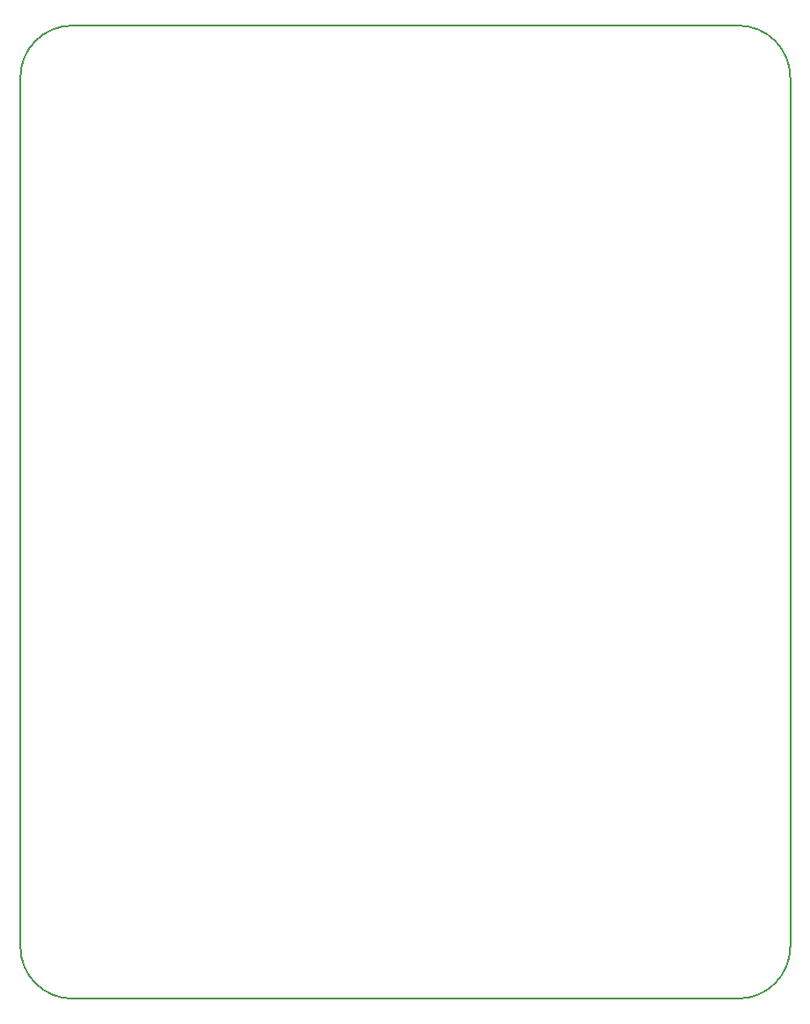
<source format=gbr>
G04 #@! TF.GenerationSoftware,KiCad,Pcbnew,(5.1.2)-1*
G04 #@! TF.CreationDate,2019-05-27T14:02:08+07:00*
G04 #@! TF.ProjectId,numpad,6e756d70-6164-42e6-9b69-6361645f7063,rev?*
G04 #@! TF.SameCoordinates,Original*
G04 #@! TF.FileFunction,Profile,NP*
%FSLAX46Y46*%
G04 Gerber Fmt 4.6, Leading zero omitted, Abs format (unit mm)*
G04 Created by KiCad (PCBNEW (5.1.2)-1) date 2019-05-27 14:02:08*
%MOMM*%
%LPD*%
G04 APERTURE LIST*
%ADD10C,0.200000*%
G04 APERTURE END LIST*
D10*
X40931986Y-18740783D02*
X105132201Y-18740783D01*
X35931986Y-107466077D02*
X35931986Y-23740783D01*
X105132201Y-112466077D02*
X40931986Y-112466077D01*
X110132201Y-23740783D02*
X110132201Y-107466077D01*
X40931986Y-112466077D02*
G75*
G02X35931986Y-107466077I0J5000000D01*
G01*
X35931986Y-23740783D02*
G75*
G02X40931986Y-18740783I5000000J0D01*
G01*
X110132201Y-107466077D02*
G75*
G02X105132201Y-112466077I-5000000J0D01*
G01*
X105132201Y-18740783D02*
G75*
G02X110132201Y-23740783I0J-5000000D01*
G01*
M02*

</source>
